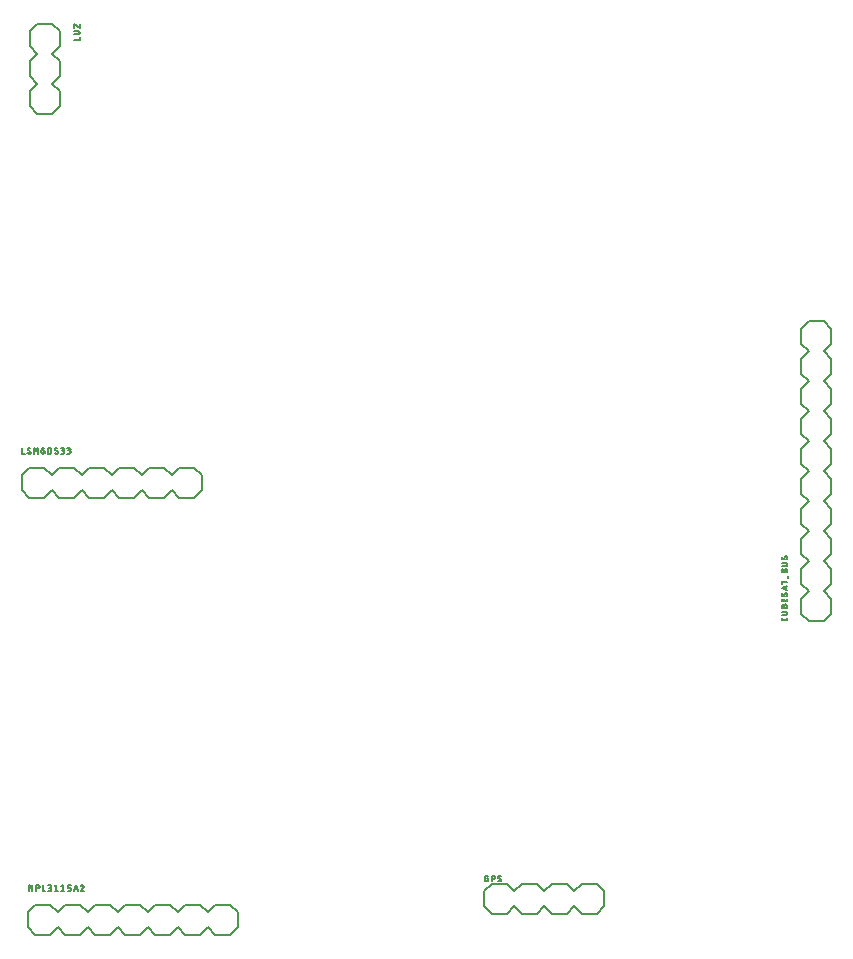
<source format=gbr>
G04 EAGLE Gerber RS-274X export*
G75*
%MOMM*%
%FSLAX34Y34*%
%LPD*%
%INSilkscreen Top*%
%IPPOS*%
%AMOC8*
5,1,8,0,0,1.08239X$1,22.5*%
G01*
%ADD10C,0.203200*%
%ADD11C,0.127000*%


D10*
X621250Y115100D02*
X633950Y115100D01*
X640300Y108750D01*
X640300Y96050D02*
X633950Y89700D01*
X595850Y115100D02*
X589500Y108750D01*
X595850Y115100D02*
X608550Y115100D01*
X614900Y108750D01*
X614900Y96050D02*
X608550Y89700D01*
X595850Y89700D01*
X589500Y96050D01*
X614900Y108750D02*
X621250Y115100D01*
X614900Y96050D02*
X621250Y89700D01*
X633950Y89700D01*
X557750Y115100D02*
X545050Y115100D01*
X557750Y115100D02*
X564100Y108750D01*
X564100Y96050D02*
X557750Y89700D01*
X564100Y108750D02*
X570450Y115100D01*
X583150Y115100D01*
X589500Y108750D01*
X589500Y96050D02*
X583150Y89700D01*
X570450Y89700D01*
X564100Y96050D01*
X538700Y96050D02*
X538700Y108750D01*
X545050Y115100D01*
X538700Y96050D02*
X545050Y89700D01*
X557750Y89700D01*
X640300Y96050D02*
X640300Y108750D01*
D11*
X542016Y119686D02*
X541212Y119686D01*
X542016Y119686D02*
X542016Y117005D01*
X540407Y117005D01*
X540342Y117007D01*
X540278Y117013D01*
X540214Y117023D01*
X540150Y117036D01*
X540088Y117054D01*
X540027Y117075D01*
X539967Y117099D01*
X539909Y117128D01*
X539852Y117160D01*
X539798Y117195D01*
X539746Y117233D01*
X539696Y117275D01*
X539649Y117319D01*
X539605Y117366D01*
X539563Y117416D01*
X539525Y117468D01*
X539490Y117522D01*
X539458Y117579D01*
X539429Y117637D01*
X539405Y117697D01*
X539384Y117758D01*
X539366Y117820D01*
X539353Y117884D01*
X539343Y117948D01*
X539337Y118012D01*
X539335Y118077D01*
X539335Y120759D01*
X539337Y120824D01*
X539343Y120888D01*
X539353Y120952D01*
X539366Y121016D01*
X539384Y121078D01*
X539405Y121139D01*
X539429Y121199D01*
X539458Y121257D01*
X539490Y121314D01*
X539525Y121368D01*
X539563Y121420D01*
X539605Y121470D01*
X539649Y121517D01*
X539696Y121561D01*
X539746Y121603D01*
X539798Y121641D01*
X539852Y121676D01*
X539909Y121708D01*
X539967Y121737D01*
X540027Y121761D01*
X540088Y121782D01*
X540150Y121800D01*
X540214Y121813D01*
X540278Y121823D01*
X540342Y121829D01*
X540407Y121831D01*
X542016Y121831D01*
X545334Y121831D02*
X545334Y117005D01*
X545334Y121831D02*
X546674Y121831D01*
X546745Y121829D01*
X546817Y121823D01*
X546887Y121814D01*
X546957Y121801D01*
X547027Y121784D01*
X547095Y121763D01*
X547162Y121739D01*
X547228Y121711D01*
X547292Y121680D01*
X547355Y121645D01*
X547415Y121607D01*
X547474Y121566D01*
X547530Y121522D01*
X547584Y121475D01*
X547635Y121426D01*
X547683Y121373D01*
X547729Y121318D01*
X547771Y121261D01*
X547811Y121201D01*
X547847Y121140D01*
X547880Y121076D01*
X547909Y121011D01*
X547935Y120945D01*
X547958Y120877D01*
X547977Y120808D01*
X547992Y120738D01*
X548003Y120668D01*
X548011Y120597D01*
X548015Y120526D01*
X548015Y120454D01*
X548011Y120383D01*
X548003Y120312D01*
X547992Y120242D01*
X547977Y120172D01*
X547958Y120103D01*
X547935Y120035D01*
X547909Y119969D01*
X547880Y119904D01*
X547847Y119840D01*
X547811Y119779D01*
X547771Y119719D01*
X547729Y119662D01*
X547683Y119607D01*
X547635Y119554D01*
X547584Y119505D01*
X547530Y119458D01*
X547474Y119414D01*
X547415Y119373D01*
X547355Y119335D01*
X547292Y119300D01*
X547228Y119269D01*
X547162Y119241D01*
X547095Y119217D01*
X547027Y119196D01*
X546957Y119179D01*
X546887Y119166D01*
X546817Y119157D01*
X546745Y119151D01*
X546674Y119149D01*
X546674Y119150D02*
X545334Y119150D01*
X551916Y117005D02*
X551981Y117007D01*
X552045Y117013D01*
X552109Y117023D01*
X552173Y117036D01*
X552235Y117054D01*
X552296Y117075D01*
X552356Y117099D01*
X552414Y117128D01*
X552471Y117160D01*
X552525Y117195D01*
X552577Y117233D01*
X552627Y117275D01*
X552674Y117319D01*
X552718Y117366D01*
X552760Y117416D01*
X552798Y117468D01*
X552833Y117522D01*
X552865Y117579D01*
X552894Y117637D01*
X552918Y117697D01*
X552939Y117758D01*
X552957Y117820D01*
X552970Y117884D01*
X552980Y117948D01*
X552986Y118012D01*
X552988Y118077D01*
X551916Y117005D02*
X551822Y117007D01*
X551728Y117013D01*
X551634Y117023D01*
X551541Y117036D01*
X551449Y117054D01*
X551357Y117075D01*
X551266Y117100D01*
X551176Y117129D01*
X551088Y117162D01*
X551001Y117198D01*
X550916Y117238D01*
X550832Y117281D01*
X550751Y117328D01*
X550671Y117378D01*
X550593Y117431D01*
X550518Y117488D01*
X550445Y117547D01*
X550375Y117610D01*
X550307Y117675D01*
X550442Y120759D02*
X550444Y120824D01*
X550450Y120888D01*
X550460Y120952D01*
X550473Y121016D01*
X550491Y121078D01*
X550512Y121139D01*
X550536Y121199D01*
X550565Y121257D01*
X550597Y121314D01*
X550632Y121368D01*
X550670Y121420D01*
X550712Y121470D01*
X550756Y121517D01*
X550803Y121561D01*
X550853Y121603D01*
X550905Y121641D01*
X550959Y121676D01*
X551016Y121708D01*
X551074Y121737D01*
X551134Y121761D01*
X551195Y121782D01*
X551257Y121800D01*
X551321Y121813D01*
X551385Y121823D01*
X551449Y121829D01*
X551514Y121831D01*
X551600Y121829D01*
X551686Y121824D01*
X551772Y121814D01*
X551857Y121801D01*
X551942Y121785D01*
X552026Y121765D01*
X552109Y121741D01*
X552191Y121714D01*
X552271Y121683D01*
X552351Y121649D01*
X552428Y121611D01*
X552504Y121570D01*
X552578Y121526D01*
X552650Y121479D01*
X552721Y121429D01*
X550978Y119821D02*
X550925Y119854D01*
X550874Y119891D01*
X550825Y119930D01*
X550778Y119972D01*
X550734Y120017D01*
X550693Y120064D01*
X550654Y120113D01*
X550618Y120165D01*
X550585Y120219D01*
X550556Y120274D01*
X550530Y120331D01*
X550507Y120390D01*
X550487Y120449D01*
X550471Y120510D01*
X550458Y120571D01*
X550449Y120634D01*
X550444Y120696D01*
X550442Y120759D01*
X552453Y119015D02*
X552506Y118982D01*
X552557Y118945D01*
X552606Y118906D01*
X552653Y118864D01*
X552697Y118819D01*
X552738Y118772D01*
X552777Y118723D01*
X552813Y118671D01*
X552846Y118617D01*
X552875Y118562D01*
X552901Y118505D01*
X552924Y118446D01*
X552944Y118387D01*
X552960Y118326D01*
X552973Y118265D01*
X552982Y118202D01*
X552987Y118140D01*
X552989Y118077D01*
X552453Y119016D02*
X550978Y119820D01*
D10*
X179500Y786050D02*
X173150Y792400D01*
X179500Y786050D02*
X179500Y773350D01*
X173150Y767000D01*
X160450Y767000D02*
X154100Y773350D01*
X154100Y786050D01*
X160450Y792400D01*
X179500Y824150D02*
X179500Y836850D01*
X179500Y824150D02*
X173150Y817800D01*
X160450Y817800D02*
X154100Y824150D01*
X173150Y817800D02*
X179500Y811450D01*
X179500Y798750D01*
X173150Y792400D01*
X160450Y792400D02*
X154100Y798750D01*
X154100Y811450D01*
X160450Y817800D01*
X160450Y843200D02*
X173150Y843200D01*
X179500Y836850D01*
X160450Y843200D02*
X154100Y836850D01*
X154100Y824150D01*
X160450Y767000D02*
X173150Y767000D01*
D11*
X191405Y829662D02*
X196231Y829662D01*
X196231Y831807D01*
X194890Y834398D02*
X191405Y834398D01*
X194890Y834397D02*
X194961Y834399D01*
X195033Y834405D01*
X195103Y834414D01*
X195173Y834427D01*
X195243Y834444D01*
X195311Y834465D01*
X195378Y834489D01*
X195444Y834517D01*
X195508Y834548D01*
X195571Y834583D01*
X195631Y834621D01*
X195690Y834662D01*
X195746Y834706D01*
X195800Y834753D01*
X195851Y834802D01*
X195899Y834855D01*
X195945Y834910D01*
X195987Y834967D01*
X196027Y835027D01*
X196063Y835088D01*
X196096Y835152D01*
X196125Y835217D01*
X196151Y835283D01*
X196174Y835351D01*
X196193Y835420D01*
X196208Y835490D01*
X196219Y835560D01*
X196227Y835631D01*
X196231Y835702D01*
X196231Y835774D01*
X196227Y835845D01*
X196219Y835916D01*
X196208Y835986D01*
X196193Y836056D01*
X196174Y836125D01*
X196151Y836193D01*
X196125Y836259D01*
X196096Y836324D01*
X196063Y836388D01*
X196027Y836449D01*
X195987Y836509D01*
X195945Y836566D01*
X195899Y836621D01*
X195851Y836674D01*
X195800Y836723D01*
X195746Y836770D01*
X195690Y836814D01*
X195631Y836855D01*
X195571Y836893D01*
X195508Y836928D01*
X195444Y836959D01*
X195378Y836987D01*
X195311Y837011D01*
X195243Y837032D01*
X195173Y837049D01*
X195103Y837062D01*
X195033Y837071D01*
X194961Y837077D01*
X194890Y837079D01*
X191405Y837079D01*
X191405Y839884D02*
X191405Y842565D01*
X196231Y839884D01*
X196231Y842565D01*
D10*
X311250Y97000D02*
X323950Y97000D01*
X330300Y90650D01*
X330300Y77950D02*
X323950Y71600D01*
X285850Y97000D02*
X279500Y90650D01*
X285850Y97000D02*
X298550Y97000D01*
X304900Y90650D01*
X304900Y77950D02*
X298550Y71600D01*
X285850Y71600D01*
X279500Y77950D01*
X304900Y90650D02*
X311250Y97000D01*
X304900Y77950D02*
X311250Y71600D01*
X323950Y71600D01*
X247750Y97000D02*
X235050Y97000D01*
X247750Y97000D02*
X254100Y90650D01*
X254100Y77950D02*
X247750Y71600D01*
X254100Y90650D02*
X260450Y97000D01*
X273150Y97000D01*
X279500Y90650D01*
X279500Y77950D02*
X273150Y71600D01*
X260450Y71600D01*
X254100Y77950D01*
X209650Y97000D02*
X203300Y90650D01*
X209650Y97000D02*
X222350Y97000D01*
X228700Y90650D01*
X228700Y77950D02*
X222350Y71600D01*
X209650Y71600D01*
X203300Y77950D01*
X228700Y90650D02*
X235050Y97000D01*
X228700Y77950D02*
X235050Y71600D01*
X247750Y71600D01*
X171550Y97000D02*
X158850Y97000D01*
X171550Y97000D02*
X177900Y90650D01*
X177900Y77950D02*
X171550Y71600D01*
X177900Y90650D02*
X184250Y97000D01*
X196950Y97000D01*
X203300Y90650D01*
X203300Y77950D02*
X196950Y71600D01*
X184250Y71600D01*
X177900Y77950D01*
X152500Y77950D02*
X152500Y90650D01*
X158850Y97000D01*
X152500Y77950D02*
X158850Y71600D01*
X171550Y71600D01*
X330300Y77950D02*
X330300Y90650D01*
D11*
X153135Y108905D02*
X153135Y113731D01*
X154744Y111050D01*
X156352Y113731D01*
X156352Y108905D01*
X159768Y108905D02*
X159768Y113731D01*
X161108Y113731D01*
X161179Y113729D01*
X161251Y113723D01*
X161321Y113714D01*
X161391Y113701D01*
X161461Y113684D01*
X161529Y113663D01*
X161596Y113639D01*
X161662Y113611D01*
X161726Y113580D01*
X161789Y113545D01*
X161849Y113507D01*
X161908Y113466D01*
X161964Y113422D01*
X162018Y113375D01*
X162069Y113326D01*
X162117Y113273D01*
X162163Y113218D01*
X162205Y113161D01*
X162245Y113101D01*
X162281Y113040D01*
X162314Y112976D01*
X162343Y112911D01*
X162369Y112845D01*
X162392Y112777D01*
X162411Y112708D01*
X162426Y112638D01*
X162437Y112568D01*
X162445Y112497D01*
X162449Y112426D01*
X162449Y112354D01*
X162445Y112283D01*
X162437Y112212D01*
X162426Y112142D01*
X162411Y112072D01*
X162392Y112003D01*
X162369Y111935D01*
X162343Y111869D01*
X162314Y111804D01*
X162281Y111740D01*
X162245Y111679D01*
X162205Y111619D01*
X162163Y111562D01*
X162117Y111507D01*
X162069Y111454D01*
X162018Y111405D01*
X161964Y111358D01*
X161908Y111314D01*
X161849Y111273D01*
X161789Y111235D01*
X161726Y111200D01*
X161662Y111169D01*
X161596Y111141D01*
X161529Y111117D01*
X161461Y111096D01*
X161391Y111079D01*
X161321Y111066D01*
X161251Y111057D01*
X161179Y111051D01*
X161108Y111049D01*
X161108Y111050D02*
X159768Y111050D01*
X165127Y108905D02*
X165127Y113731D01*
X165127Y108905D02*
X167272Y108905D01*
X169679Y108905D02*
X171020Y108905D01*
X171091Y108907D01*
X171163Y108913D01*
X171233Y108922D01*
X171303Y108935D01*
X171373Y108952D01*
X171441Y108973D01*
X171508Y108997D01*
X171574Y109025D01*
X171638Y109056D01*
X171701Y109091D01*
X171761Y109129D01*
X171820Y109170D01*
X171876Y109214D01*
X171930Y109261D01*
X171981Y109310D01*
X172029Y109363D01*
X172075Y109418D01*
X172117Y109475D01*
X172157Y109535D01*
X172193Y109596D01*
X172226Y109660D01*
X172255Y109725D01*
X172281Y109791D01*
X172304Y109859D01*
X172323Y109928D01*
X172338Y109998D01*
X172349Y110068D01*
X172357Y110139D01*
X172361Y110210D01*
X172361Y110282D01*
X172357Y110353D01*
X172349Y110424D01*
X172338Y110494D01*
X172323Y110564D01*
X172304Y110633D01*
X172281Y110701D01*
X172255Y110767D01*
X172226Y110832D01*
X172193Y110896D01*
X172157Y110957D01*
X172117Y111017D01*
X172075Y111074D01*
X172029Y111129D01*
X171981Y111182D01*
X171930Y111231D01*
X171876Y111278D01*
X171820Y111322D01*
X171761Y111363D01*
X171701Y111401D01*
X171638Y111436D01*
X171574Y111467D01*
X171508Y111495D01*
X171441Y111519D01*
X171373Y111540D01*
X171303Y111557D01*
X171233Y111570D01*
X171163Y111579D01*
X171091Y111585D01*
X171020Y111587D01*
X171288Y113731D02*
X169679Y113731D01*
X171288Y113731D02*
X171353Y113729D01*
X171417Y113723D01*
X171481Y113713D01*
X171545Y113700D01*
X171607Y113682D01*
X171668Y113661D01*
X171728Y113637D01*
X171786Y113608D01*
X171843Y113576D01*
X171897Y113541D01*
X171949Y113503D01*
X171999Y113461D01*
X172046Y113417D01*
X172090Y113370D01*
X172132Y113320D01*
X172170Y113268D01*
X172205Y113214D01*
X172237Y113157D01*
X172266Y113099D01*
X172290Y113039D01*
X172311Y112978D01*
X172329Y112916D01*
X172342Y112852D01*
X172352Y112788D01*
X172358Y112724D01*
X172360Y112659D01*
X172358Y112594D01*
X172352Y112530D01*
X172342Y112466D01*
X172329Y112402D01*
X172311Y112340D01*
X172290Y112279D01*
X172266Y112219D01*
X172237Y112161D01*
X172205Y112104D01*
X172170Y112050D01*
X172132Y111998D01*
X172090Y111948D01*
X172046Y111901D01*
X171999Y111857D01*
X171949Y111815D01*
X171897Y111777D01*
X171843Y111742D01*
X171786Y111710D01*
X171728Y111681D01*
X171668Y111657D01*
X171607Y111636D01*
X171545Y111618D01*
X171481Y111605D01*
X171417Y111595D01*
X171353Y111589D01*
X171288Y111587D01*
X171288Y111586D02*
X170216Y111586D01*
X175166Y112659D02*
X176506Y113731D01*
X176506Y108905D01*
X175166Y108905D02*
X177847Y108905D01*
X180652Y112659D02*
X181993Y113731D01*
X181993Y108905D01*
X183333Y108905D02*
X180652Y108905D01*
X186138Y108905D02*
X187747Y108905D01*
X187812Y108907D01*
X187876Y108913D01*
X187940Y108923D01*
X188004Y108936D01*
X188066Y108954D01*
X188127Y108975D01*
X188187Y108999D01*
X188245Y109028D01*
X188302Y109060D01*
X188356Y109095D01*
X188408Y109133D01*
X188458Y109175D01*
X188505Y109219D01*
X188549Y109266D01*
X188591Y109316D01*
X188629Y109368D01*
X188664Y109422D01*
X188696Y109479D01*
X188725Y109537D01*
X188749Y109597D01*
X188770Y109658D01*
X188788Y109720D01*
X188801Y109784D01*
X188811Y109848D01*
X188817Y109912D01*
X188819Y109977D01*
X188819Y110514D01*
X188817Y110579D01*
X188811Y110643D01*
X188801Y110707D01*
X188788Y110771D01*
X188770Y110833D01*
X188749Y110894D01*
X188725Y110954D01*
X188696Y111012D01*
X188664Y111069D01*
X188629Y111123D01*
X188591Y111175D01*
X188549Y111225D01*
X188505Y111272D01*
X188458Y111316D01*
X188408Y111358D01*
X188356Y111396D01*
X188302Y111431D01*
X188245Y111463D01*
X188187Y111492D01*
X188127Y111516D01*
X188066Y111537D01*
X188004Y111555D01*
X187940Y111568D01*
X187876Y111578D01*
X187812Y111584D01*
X187747Y111586D01*
X186138Y111586D01*
X186138Y113731D01*
X188819Y113731D01*
X192965Y113731D02*
X191357Y108905D01*
X194574Y108905D02*
X192965Y113731D01*
X194172Y110112D02*
X191759Y110112D01*
X198586Y113731D02*
X198654Y113729D01*
X198721Y113723D01*
X198788Y113714D01*
X198855Y113701D01*
X198920Y113684D01*
X198985Y113663D01*
X199048Y113639D01*
X199110Y113611D01*
X199170Y113580D01*
X199228Y113546D01*
X199284Y113508D01*
X199339Y113468D01*
X199390Y113424D01*
X199439Y113377D01*
X199486Y113328D01*
X199530Y113277D01*
X199570Y113222D01*
X199608Y113166D01*
X199642Y113108D01*
X199673Y113048D01*
X199701Y112986D01*
X199725Y112923D01*
X199746Y112858D01*
X199763Y112793D01*
X199776Y112726D01*
X199785Y112659D01*
X199791Y112592D01*
X199793Y112524D01*
X198586Y113731D02*
X198508Y113729D01*
X198430Y113723D01*
X198353Y113713D01*
X198276Y113700D01*
X198200Y113682D01*
X198125Y113661D01*
X198051Y113636D01*
X197979Y113607D01*
X197908Y113575D01*
X197839Y113539D01*
X197771Y113500D01*
X197706Y113457D01*
X197643Y113411D01*
X197582Y113362D01*
X197524Y113310D01*
X197469Y113255D01*
X197416Y113198D01*
X197367Y113138D01*
X197320Y113075D01*
X197277Y113011D01*
X197237Y112944D01*
X197200Y112875D01*
X197167Y112804D01*
X197137Y112732D01*
X197111Y112659D01*
X199390Y111586D02*
X199439Y111635D01*
X199486Y111687D01*
X199529Y111742D01*
X199570Y111799D01*
X199608Y111858D01*
X199642Y111919D01*
X199673Y111982D01*
X199701Y112046D01*
X199725Y112112D01*
X199745Y112178D01*
X199762Y112246D01*
X199775Y112315D01*
X199784Y112384D01*
X199790Y112454D01*
X199792Y112524D01*
X199390Y111586D02*
X197111Y108905D01*
X199792Y108905D01*
D10*
X274100Y460950D02*
X280450Y467300D01*
X293150Y467300D01*
X299500Y460950D01*
X299500Y448250D02*
X293150Y441900D01*
X280450Y441900D01*
X274100Y448250D01*
X242350Y467300D02*
X229650Y467300D01*
X242350Y467300D02*
X248700Y460950D01*
X248700Y448250D02*
X242350Y441900D01*
X248700Y460950D02*
X255050Y467300D01*
X267750Y467300D01*
X274100Y460950D01*
X274100Y448250D02*
X267750Y441900D01*
X255050Y441900D01*
X248700Y448250D01*
X204250Y467300D02*
X197900Y460950D01*
X204250Y467300D02*
X216950Y467300D01*
X223300Y460950D01*
X223300Y448250D02*
X216950Y441900D01*
X204250Y441900D01*
X197900Y448250D01*
X223300Y460950D02*
X229650Y467300D01*
X223300Y448250D02*
X229650Y441900D01*
X242350Y441900D01*
X166150Y467300D02*
X153450Y467300D01*
X166150Y467300D02*
X172500Y460950D01*
X172500Y448250D02*
X166150Y441900D01*
X172500Y460950D02*
X178850Y467300D01*
X191550Y467300D01*
X197900Y460950D01*
X197900Y448250D02*
X191550Y441900D01*
X178850Y441900D01*
X172500Y448250D01*
X147100Y448250D02*
X147100Y460950D01*
X153450Y467300D01*
X147100Y448250D02*
X153450Y441900D01*
X166150Y441900D01*
X299500Y448250D02*
X299500Y460950D01*
D11*
X147735Y479205D02*
X147735Y484031D01*
X147735Y479205D02*
X149880Y479205D01*
X153713Y479205D02*
X153778Y479207D01*
X153842Y479213D01*
X153906Y479223D01*
X153970Y479236D01*
X154032Y479254D01*
X154093Y479275D01*
X154153Y479299D01*
X154211Y479328D01*
X154268Y479360D01*
X154322Y479395D01*
X154374Y479433D01*
X154424Y479475D01*
X154471Y479519D01*
X154515Y479566D01*
X154557Y479616D01*
X154595Y479668D01*
X154630Y479722D01*
X154662Y479779D01*
X154691Y479837D01*
X154715Y479897D01*
X154736Y479958D01*
X154754Y480020D01*
X154767Y480084D01*
X154777Y480148D01*
X154783Y480212D01*
X154785Y480277D01*
X153713Y479205D02*
X153619Y479207D01*
X153525Y479213D01*
X153431Y479223D01*
X153338Y479236D01*
X153246Y479254D01*
X153154Y479275D01*
X153063Y479300D01*
X152973Y479329D01*
X152885Y479362D01*
X152798Y479398D01*
X152713Y479438D01*
X152629Y479481D01*
X152548Y479528D01*
X152468Y479578D01*
X152390Y479631D01*
X152315Y479688D01*
X152242Y479747D01*
X152172Y479810D01*
X152104Y479875D01*
X152239Y482959D02*
X152241Y483024D01*
X152247Y483088D01*
X152257Y483152D01*
X152270Y483216D01*
X152288Y483278D01*
X152309Y483339D01*
X152333Y483399D01*
X152362Y483457D01*
X152394Y483514D01*
X152429Y483568D01*
X152467Y483620D01*
X152509Y483670D01*
X152553Y483717D01*
X152600Y483761D01*
X152650Y483803D01*
X152702Y483841D01*
X152756Y483876D01*
X152813Y483908D01*
X152871Y483937D01*
X152931Y483961D01*
X152992Y483982D01*
X153054Y484000D01*
X153118Y484013D01*
X153182Y484023D01*
X153246Y484029D01*
X153311Y484031D01*
X153397Y484029D01*
X153483Y484024D01*
X153569Y484014D01*
X153654Y484001D01*
X153739Y483985D01*
X153823Y483965D01*
X153906Y483941D01*
X153988Y483914D01*
X154068Y483883D01*
X154148Y483849D01*
X154225Y483811D01*
X154301Y483770D01*
X154375Y483726D01*
X154447Y483679D01*
X154518Y483629D01*
X152775Y482021D02*
X152722Y482054D01*
X152671Y482091D01*
X152622Y482130D01*
X152575Y482172D01*
X152531Y482217D01*
X152490Y482264D01*
X152451Y482313D01*
X152415Y482365D01*
X152382Y482419D01*
X152353Y482474D01*
X152327Y482531D01*
X152304Y482590D01*
X152284Y482649D01*
X152268Y482710D01*
X152255Y482771D01*
X152246Y482834D01*
X152241Y482896D01*
X152239Y482959D01*
X154249Y481215D02*
X154302Y481182D01*
X154353Y481145D01*
X154402Y481106D01*
X154449Y481064D01*
X154493Y481019D01*
X154534Y480972D01*
X154573Y480923D01*
X154609Y480871D01*
X154642Y480817D01*
X154671Y480762D01*
X154697Y480705D01*
X154720Y480646D01*
X154740Y480587D01*
X154756Y480526D01*
X154769Y480465D01*
X154778Y480402D01*
X154783Y480340D01*
X154785Y480277D01*
X154249Y481216D02*
X152775Y482020D01*
X157689Y484031D02*
X157689Y479205D01*
X159297Y481350D02*
X157689Y484031D01*
X159297Y481350D02*
X160906Y484031D01*
X160906Y479205D01*
X163992Y481886D02*
X165600Y481886D01*
X165665Y481884D01*
X165729Y481878D01*
X165793Y481868D01*
X165857Y481855D01*
X165919Y481837D01*
X165980Y481816D01*
X166040Y481792D01*
X166098Y481763D01*
X166155Y481731D01*
X166209Y481696D01*
X166261Y481658D01*
X166311Y481616D01*
X166358Y481572D01*
X166402Y481525D01*
X166444Y481475D01*
X166482Y481423D01*
X166517Y481369D01*
X166549Y481312D01*
X166578Y481254D01*
X166602Y481194D01*
X166623Y481133D01*
X166641Y481071D01*
X166654Y481007D01*
X166664Y480943D01*
X166670Y480879D01*
X166672Y480814D01*
X166673Y480814D02*
X166673Y480546D01*
X166671Y480475D01*
X166665Y480403D01*
X166656Y480333D01*
X166643Y480263D01*
X166626Y480193D01*
X166605Y480125D01*
X166581Y480058D01*
X166553Y479992D01*
X166522Y479928D01*
X166487Y479865D01*
X166449Y479805D01*
X166408Y479746D01*
X166364Y479690D01*
X166317Y479636D01*
X166268Y479585D01*
X166215Y479537D01*
X166160Y479491D01*
X166103Y479449D01*
X166043Y479409D01*
X165982Y479373D01*
X165918Y479340D01*
X165853Y479311D01*
X165787Y479285D01*
X165719Y479262D01*
X165650Y479243D01*
X165580Y479228D01*
X165510Y479217D01*
X165439Y479209D01*
X165368Y479205D01*
X165296Y479205D01*
X165225Y479209D01*
X165154Y479217D01*
X165084Y479228D01*
X165014Y479243D01*
X164945Y479262D01*
X164877Y479285D01*
X164811Y479311D01*
X164746Y479340D01*
X164682Y479373D01*
X164621Y479409D01*
X164561Y479449D01*
X164504Y479491D01*
X164449Y479537D01*
X164396Y479585D01*
X164347Y479636D01*
X164300Y479690D01*
X164256Y479746D01*
X164215Y479805D01*
X164177Y479865D01*
X164142Y479928D01*
X164111Y479992D01*
X164083Y480058D01*
X164059Y480125D01*
X164038Y480193D01*
X164021Y480263D01*
X164008Y480333D01*
X163999Y480403D01*
X163993Y480475D01*
X163991Y480546D01*
X163992Y480546D02*
X163992Y481886D01*
X163994Y481977D01*
X164000Y482068D01*
X164009Y482158D01*
X164023Y482249D01*
X164040Y482338D01*
X164061Y482426D01*
X164086Y482514D01*
X164115Y482601D01*
X164147Y482686D01*
X164182Y482770D01*
X164222Y482852D01*
X164264Y482932D01*
X164310Y483011D01*
X164360Y483087D01*
X164412Y483161D01*
X164468Y483234D01*
X164527Y483303D01*
X164588Y483370D01*
X164653Y483435D01*
X164720Y483496D01*
X164789Y483555D01*
X164861Y483611D01*
X164936Y483663D01*
X165012Y483713D01*
X165091Y483759D01*
X165171Y483801D01*
X165253Y483841D01*
X165337Y483876D01*
X165422Y483908D01*
X165509Y483937D01*
X165596Y483962D01*
X165685Y483983D01*
X165774Y484000D01*
X165865Y484014D01*
X165955Y484023D01*
X166046Y484029D01*
X166137Y484031D01*
X169661Y484031D02*
X169661Y479205D01*
X169661Y484031D02*
X171001Y484031D01*
X171071Y484029D01*
X171141Y484024D01*
X171211Y484014D01*
X171280Y484002D01*
X171348Y483985D01*
X171415Y483965D01*
X171482Y483942D01*
X171546Y483915D01*
X171610Y483885D01*
X171672Y483851D01*
X171731Y483815D01*
X171789Y483775D01*
X171845Y483732D01*
X171898Y483687D01*
X171949Y483638D01*
X171998Y483587D01*
X172043Y483534D01*
X172086Y483478D01*
X172126Y483420D01*
X172162Y483361D01*
X172196Y483299D01*
X172226Y483235D01*
X172253Y483171D01*
X172276Y483104D01*
X172296Y483037D01*
X172313Y482969D01*
X172325Y482900D01*
X172335Y482830D01*
X172340Y482760D01*
X172342Y482690D01*
X172342Y480546D01*
X172343Y480546D02*
X172341Y480476D01*
X172336Y480406D01*
X172326Y480336D01*
X172314Y480267D01*
X172297Y480199D01*
X172277Y480132D01*
X172254Y480065D01*
X172227Y480001D01*
X172197Y479937D01*
X172163Y479875D01*
X172127Y479816D01*
X172087Y479758D01*
X172044Y479702D01*
X171999Y479649D01*
X171950Y479598D01*
X171899Y479549D01*
X171846Y479504D01*
X171790Y479461D01*
X171732Y479421D01*
X171672Y479385D01*
X171611Y479351D01*
X171547Y479321D01*
X171483Y479294D01*
X171416Y479271D01*
X171349Y479251D01*
X171281Y479234D01*
X171212Y479222D01*
X171142Y479212D01*
X171072Y479207D01*
X171002Y479205D01*
X171001Y479205D02*
X169661Y479205D01*
X176756Y479205D02*
X176821Y479207D01*
X176885Y479213D01*
X176949Y479223D01*
X177013Y479236D01*
X177075Y479254D01*
X177136Y479275D01*
X177196Y479299D01*
X177254Y479328D01*
X177311Y479360D01*
X177365Y479395D01*
X177417Y479433D01*
X177467Y479475D01*
X177514Y479519D01*
X177558Y479566D01*
X177600Y479616D01*
X177638Y479668D01*
X177673Y479722D01*
X177705Y479779D01*
X177734Y479837D01*
X177758Y479897D01*
X177779Y479958D01*
X177797Y480020D01*
X177810Y480084D01*
X177820Y480148D01*
X177826Y480212D01*
X177828Y480277D01*
X176756Y479205D02*
X176662Y479207D01*
X176568Y479213D01*
X176474Y479223D01*
X176381Y479236D01*
X176289Y479254D01*
X176197Y479275D01*
X176106Y479300D01*
X176016Y479329D01*
X175928Y479362D01*
X175841Y479398D01*
X175756Y479438D01*
X175672Y479481D01*
X175591Y479528D01*
X175511Y479578D01*
X175433Y479631D01*
X175358Y479688D01*
X175285Y479747D01*
X175215Y479810D01*
X175147Y479875D01*
X175282Y482959D02*
X175284Y483024D01*
X175290Y483088D01*
X175300Y483152D01*
X175313Y483216D01*
X175331Y483278D01*
X175352Y483339D01*
X175376Y483399D01*
X175405Y483457D01*
X175437Y483514D01*
X175472Y483568D01*
X175510Y483620D01*
X175552Y483670D01*
X175596Y483717D01*
X175643Y483761D01*
X175693Y483803D01*
X175745Y483841D01*
X175799Y483876D01*
X175856Y483908D01*
X175914Y483937D01*
X175974Y483961D01*
X176035Y483982D01*
X176097Y484000D01*
X176161Y484013D01*
X176225Y484023D01*
X176289Y484029D01*
X176354Y484031D01*
X176440Y484029D01*
X176526Y484024D01*
X176612Y484014D01*
X176697Y484001D01*
X176782Y483985D01*
X176866Y483965D01*
X176949Y483941D01*
X177031Y483914D01*
X177111Y483883D01*
X177191Y483849D01*
X177268Y483811D01*
X177344Y483770D01*
X177418Y483726D01*
X177490Y483679D01*
X177561Y483629D01*
X175818Y482021D02*
X175765Y482054D01*
X175714Y482091D01*
X175665Y482130D01*
X175618Y482172D01*
X175574Y482217D01*
X175533Y482264D01*
X175494Y482313D01*
X175458Y482365D01*
X175425Y482419D01*
X175396Y482474D01*
X175370Y482531D01*
X175347Y482590D01*
X175327Y482649D01*
X175311Y482710D01*
X175298Y482771D01*
X175289Y482834D01*
X175284Y482896D01*
X175282Y482959D01*
X177292Y481215D02*
X177345Y481182D01*
X177396Y481145D01*
X177445Y481106D01*
X177492Y481064D01*
X177536Y481019D01*
X177577Y480972D01*
X177616Y480923D01*
X177652Y480871D01*
X177685Y480817D01*
X177714Y480762D01*
X177740Y480705D01*
X177763Y480646D01*
X177783Y480587D01*
X177799Y480526D01*
X177812Y480465D01*
X177821Y480402D01*
X177826Y480340D01*
X177828Y480277D01*
X177292Y481216D02*
X175818Y482020D01*
X180451Y479205D02*
X181791Y479205D01*
X181862Y479207D01*
X181934Y479213D01*
X182004Y479222D01*
X182074Y479235D01*
X182144Y479252D01*
X182212Y479273D01*
X182279Y479297D01*
X182345Y479325D01*
X182409Y479356D01*
X182472Y479391D01*
X182532Y479429D01*
X182591Y479470D01*
X182647Y479514D01*
X182701Y479561D01*
X182752Y479610D01*
X182800Y479663D01*
X182846Y479718D01*
X182888Y479775D01*
X182928Y479835D01*
X182964Y479896D01*
X182997Y479960D01*
X183026Y480025D01*
X183052Y480091D01*
X183075Y480159D01*
X183094Y480228D01*
X183109Y480298D01*
X183120Y480368D01*
X183128Y480439D01*
X183132Y480510D01*
X183132Y480582D01*
X183128Y480653D01*
X183120Y480724D01*
X183109Y480794D01*
X183094Y480864D01*
X183075Y480933D01*
X183052Y481001D01*
X183026Y481067D01*
X182997Y481132D01*
X182964Y481196D01*
X182928Y481257D01*
X182888Y481317D01*
X182846Y481374D01*
X182800Y481429D01*
X182752Y481482D01*
X182701Y481531D01*
X182647Y481578D01*
X182591Y481622D01*
X182532Y481663D01*
X182472Y481701D01*
X182409Y481736D01*
X182345Y481767D01*
X182279Y481795D01*
X182212Y481819D01*
X182144Y481840D01*
X182074Y481857D01*
X182004Y481870D01*
X181934Y481879D01*
X181862Y481885D01*
X181791Y481887D01*
X182059Y484031D02*
X180451Y484031D01*
X182059Y484031D02*
X182124Y484029D01*
X182188Y484023D01*
X182252Y484013D01*
X182316Y484000D01*
X182378Y483982D01*
X182439Y483961D01*
X182499Y483937D01*
X182557Y483908D01*
X182614Y483876D01*
X182668Y483841D01*
X182720Y483803D01*
X182770Y483761D01*
X182817Y483717D01*
X182861Y483670D01*
X182903Y483620D01*
X182941Y483568D01*
X182976Y483514D01*
X183008Y483457D01*
X183037Y483399D01*
X183061Y483339D01*
X183082Y483278D01*
X183100Y483216D01*
X183113Y483152D01*
X183123Y483088D01*
X183129Y483024D01*
X183131Y482959D01*
X183129Y482894D01*
X183123Y482830D01*
X183113Y482766D01*
X183100Y482702D01*
X183082Y482640D01*
X183061Y482579D01*
X183037Y482519D01*
X183008Y482461D01*
X182976Y482404D01*
X182941Y482350D01*
X182903Y482298D01*
X182861Y482248D01*
X182817Y482201D01*
X182770Y482157D01*
X182720Y482115D01*
X182668Y482077D01*
X182614Y482042D01*
X182557Y482010D01*
X182499Y481981D01*
X182439Y481957D01*
X182378Y481936D01*
X182316Y481918D01*
X182252Y481905D01*
X182188Y481895D01*
X182124Y481889D01*
X182059Y481887D01*
X182059Y481886D02*
X180987Y481886D01*
X185937Y479205D02*
X187278Y479205D01*
X187349Y479207D01*
X187421Y479213D01*
X187491Y479222D01*
X187561Y479235D01*
X187631Y479252D01*
X187699Y479273D01*
X187766Y479297D01*
X187832Y479325D01*
X187896Y479356D01*
X187959Y479391D01*
X188019Y479429D01*
X188078Y479470D01*
X188134Y479514D01*
X188188Y479561D01*
X188239Y479610D01*
X188287Y479663D01*
X188333Y479718D01*
X188375Y479775D01*
X188415Y479835D01*
X188451Y479896D01*
X188484Y479960D01*
X188513Y480025D01*
X188539Y480091D01*
X188562Y480159D01*
X188581Y480228D01*
X188596Y480298D01*
X188607Y480368D01*
X188615Y480439D01*
X188619Y480510D01*
X188619Y480582D01*
X188615Y480653D01*
X188607Y480724D01*
X188596Y480794D01*
X188581Y480864D01*
X188562Y480933D01*
X188539Y481001D01*
X188513Y481067D01*
X188484Y481132D01*
X188451Y481196D01*
X188415Y481257D01*
X188375Y481317D01*
X188333Y481374D01*
X188287Y481429D01*
X188239Y481482D01*
X188188Y481531D01*
X188134Y481578D01*
X188078Y481622D01*
X188019Y481663D01*
X187959Y481701D01*
X187896Y481736D01*
X187832Y481767D01*
X187766Y481795D01*
X187699Y481819D01*
X187631Y481840D01*
X187561Y481857D01*
X187491Y481870D01*
X187421Y481879D01*
X187349Y481885D01*
X187278Y481887D01*
X187546Y484031D02*
X185937Y484031D01*
X187546Y484031D02*
X187611Y484029D01*
X187675Y484023D01*
X187739Y484013D01*
X187803Y484000D01*
X187865Y483982D01*
X187926Y483961D01*
X187986Y483937D01*
X188044Y483908D01*
X188101Y483876D01*
X188155Y483841D01*
X188207Y483803D01*
X188257Y483761D01*
X188304Y483717D01*
X188348Y483670D01*
X188390Y483620D01*
X188428Y483568D01*
X188463Y483514D01*
X188495Y483457D01*
X188524Y483399D01*
X188548Y483339D01*
X188569Y483278D01*
X188587Y483216D01*
X188600Y483152D01*
X188610Y483088D01*
X188616Y483024D01*
X188618Y482959D01*
X188616Y482894D01*
X188610Y482830D01*
X188600Y482766D01*
X188587Y482702D01*
X188569Y482640D01*
X188548Y482579D01*
X188524Y482519D01*
X188495Y482461D01*
X188463Y482404D01*
X188428Y482350D01*
X188390Y482298D01*
X188348Y482248D01*
X188304Y482201D01*
X188257Y482157D01*
X188207Y482115D01*
X188155Y482077D01*
X188101Y482042D01*
X188044Y482010D01*
X187986Y481981D01*
X187926Y481957D01*
X187865Y481936D01*
X187803Y481918D01*
X187739Y481905D01*
X187675Y481895D01*
X187611Y481889D01*
X187546Y481887D01*
X187546Y481886D02*
X186473Y481886D01*
D10*
X807300Y496050D02*
X807300Y508750D01*
X813650Y515100D01*
X826350Y515100D02*
X832700Y508750D01*
X807300Y470650D02*
X813650Y464300D01*
X807300Y470650D02*
X807300Y483350D01*
X813650Y489700D01*
X826350Y489700D02*
X832700Y483350D01*
X832700Y470650D01*
X826350Y464300D01*
X813650Y489700D02*
X807300Y496050D01*
X826350Y489700D02*
X832700Y496050D01*
X832700Y508750D01*
X807300Y432550D02*
X807300Y419850D01*
X807300Y432550D02*
X813650Y438900D01*
X826350Y438900D02*
X832700Y432550D01*
X813650Y438900D02*
X807300Y445250D01*
X807300Y457950D01*
X813650Y464300D01*
X826350Y464300D02*
X832700Y457950D01*
X832700Y445250D01*
X826350Y438900D01*
X807300Y394450D02*
X813650Y388100D01*
X807300Y394450D02*
X807300Y407150D01*
X813650Y413500D01*
X826350Y413500D02*
X832700Y407150D01*
X832700Y394450D01*
X826350Y388100D01*
X813650Y413500D02*
X807300Y419850D01*
X826350Y413500D02*
X832700Y419850D01*
X832700Y432550D01*
X807300Y356350D02*
X807300Y343650D01*
X807300Y356350D02*
X813650Y362700D01*
X826350Y362700D02*
X832700Y356350D01*
X813650Y362700D02*
X807300Y369050D01*
X807300Y381750D01*
X813650Y388100D01*
X826350Y388100D02*
X832700Y381750D01*
X832700Y369050D01*
X826350Y362700D01*
X826350Y337300D02*
X813650Y337300D01*
X807300Y343650D01*
X826350Y337300D02*
X832700Y343650D01*
X832700Y356350D01*
X807300Y521450D02*
X807300Y534150D01*
X813650Y540500D01*
X826350Y540500D02*
X832700Y534150D01*
X813650Y515100D02*
X807300Y521450D01*
X826350Y515100D02*
X832700Y521450D01*
X832700Y534150D01*
X807300Y546850D02*
X807300Y559550D01*
X813650Y565900D01*
X826350Y565900D02*
X832700Y559550D01*
X813650Y540500D02*
X807300Y546850D01*
X826350Y540500D02*
X832700Y546850D01*
X832700Y559550D01*
X807300Y572250D02*
X807300Y584950D01*
X813650Y591300D01*
X826350Y591300D01*
X832700Y584950D01*
X813650Y565900D02*
X807300Y572250D01*
X826350Y565900D02*
X832700Y572250D01*
X832700Y584950D01*
D11*
X795395Y340080D02*
X795395Y339007D01*
X795393Y338942D01*
X795387Y338878D01*
X795377Y338814D01*
X795364Y338750D01*
X795346Y338688D01*
X795325Y338627D01*
X795301Y338567D01*
X795272Y338509D01*
X795240Y338452D01*
X795205Y338398D01*
X795167Y338346D01*
X795125Y338296D01*
X795081Y338249D01*
X795034Y338205D01*
X794984Y338163D01*
X794932Y338125D01*
X794878Y338090D01*
X794821Y338058D01*
X794763Y338029D01*
X794703Y338005D01*
X794642Y337984D01*
X794580Y337966D01*
X794516Y337953D01*
X794452Y337943D01*
X794388Y337937D01*
X794323Y337935D01*
X791641Y337935D01*
X791576Y337937D01*
X791512Y337943D01*
X791448Y337953D01*
X791384Y337966D01*
X791322Y337984D01*
X791261Y338005D01*
X791201Y338030D01*
X791142Y338058D01*
X791086Y338090D01*
X791031Y338125D01*
X790979Y338163D01*
X790929Y338205D01*
X790882Y338249D01*
X790838Y338296D01*
X790796Y338346D01*
X790758Y338398D01*
X790723Y338453D01*
X790691Y338509D01*
X790663Y338568D01*
X790638Y338627D01*
X790617Y338689D01*
X790599Y338751D01*
X790586Y338815D01*
X790576Y338879D01*
X790570Y338943D01*
X790568Y339008D01*
X790569Y339007D02*
X790569Y340080D01*
X790569Y342719D02*
X794054Y342719D01*
X794054Y342718D02*
X794125Y342720D01*
X794197Y342726D01*
X794267Y342735D01*
X794337Y342748D01*
X794407Y342765D01*
X794475Y342786D01*
X794542Y342810D01*
X794608Y342838D01*
X794672Y342869D01*
X794735Y342904D01*
X794795Y342942D01*
X794854Y342983D01*
X794910Y343027D01*
X794964Y343074D01*
X795015Y343123D01*
X795063Y343176D01*
X795109Y343231D01*
X795151Y343288D01*
X795191Y343348D01*
X795227Y343409D01*
X795260Y343473D01*
X795289Y343538D01*
X795315Y343604D01*
X795338Y343672D01*
X795357Y343741D01*
X795372Y343811D01*
X795383Y343881D01*
X795391Y343952D01*
X795395Y344023D01*
X795395Y344095D01*
X795391Y344166D01*
X795383Y344237D01*
X795372Y344307D01*
X795357Y344377D01*
X795338Y344446D01*
X795315Y344514D01*
X795289Y344580D01*
X795260Y344645D01*
X795227Y344709D01*
X795191Y344770D01*
X795151Y344830D01*
X795109Y344887D01*
X795063Y344942D01*
X795015Y344995D01*
X794964Y345044D01*
X794910Y345091D01*
X794854Y345135D01*
X794795Y345176D01*
X794735Y345214D01*
X794672Y345249D01*
X794608Y345280D01*
X794542Y345308D01*
X794475Y345332D01*
X794407Y345353D01*
X794337Y345370D01*
X794267Y345383D01*
X794197Y345392D01*
X794125Y345398D01*
X794054Y345400D01*
X790569Y345400D01*
X792714Y348717D02*
X792714Y350058D01*
X792713Y350058D02*
X792715Y350129D01*
X792721Y350201D01*
X792730Y350271D01*
X792743Y350341D01*
X792760Y350411D01*
X792781Y350479D01*
X792805Y350546D01*
X792833Y350612D01*
X792864Y350676D01*
X792899Y350739D01*
X792937Y350799D01*
X792978Y350858D01*
X793022Y350914D01*
X793069Y350968D01*
X793118Y351019D01*
X793171Y351067D01*
X793226Y351113D01*
X793283Y351155D01*
X793343Y351195D01*
X793404Y351231D01*
X793468Y351264D01*
X793533Y351293D01*
X793599Y351319D01*
X793667Y351342D01*
X793736Y351361D01*
X793806Y351376D01*
X793876Y351387D01*
X793947Y351395D01*
X794018Y351399D01*
X794090Y351399D01*
X794161Y351395D01*
X794232Y351387D01*
X794302Y351376D01*
X794372Y351361D01*
X794441Y351342D01*
X794509Y351319D01*
X794575Y351293D01*
X794640Y351264D01*
X794704Y351231D01*
X794765Y351195D01*
X794825Y351155D01*
X794882Y351113D01*
X794937Y351067D01*
X794990Y351019D01*
X795039Y350968D01*
X795086Y350914D01*
X795130Y350858D01*
X795171Y350799D01*
X795209Y350739D01*
X795244Y350676D01*
X795275Y350612D01*
X795303Y350546D01*
X795327Y350479D01*
X795348Y350411D01*
X795365Y350341D01*
X795378Y350271D01*
X795387Y350201D01*
X795393Y350129D01*
X795395Y350058D01*
X795395Y348717D01*
X790569Y348717D01*
X790569Y350058D01*
X790571Y350123D01*
X790577Y350187D01*
X790587Y350251D01*
X790600Y350315D01*
X790618Y350377D01*
X790639Y350438D01*
X790663Y350498D01*
X790692Y350556D01*
X790724Y350613D01*
X790759Y350667D01*
X790797Y350719D01*
X790839Y350769D01*
X790883Y350816D01*
X790930Y350860D01*
X790980Y350902D01*
X791032Y350940D01*
X791086Y350975D01*
X791143Y351007D01*
X791201Y351036D01*
X791261Y351060D01*
X791322Y351081D01*
X791384Y351099D01*
X791448Y351112D01*
X791512Y351122D01*
X791576Y351128D01*
X791641Y351130D01*
X791706Y351128D01*
X791770Y351122D01*
X791834Y351112D01*
X791898Y351099D01*
X791960Y351081D01*
X792021Y351060D01*
X792081Y351036D01*
X792139Y351007D01*
X792196Y350975D01*
X792250Y350940D01*
X792302Y350902D01*
X792352Y350860D01*
X792399Y350816D01*
X792443Y350769D01*
X792485Y350719D01*
X792523Y350667D01*
X792558Y350613D01*
X792590Y350556D01*
X792619Y350498D01*
X792643Y350438D01*
X792664Y350377D01*
X792682Y350315D01*
X792695Y350251D01*
X792705Y350187D01*
X792711Y350123D01*
X792713Y350058D01*
X795395Y354077D02*
X795395Y356222D01*
X795395Y354077D02*
X790569Y354077D01*
X790569Y356222D01*
X792714Y355685D02*
X792714Y354077D01*
X795395Y360055D02*
X795393Y360120D01*
X795387Y360184D01*
X795377Y360248D01*
X795364Y360312D01*
X795346Y360374D01*
X795325Y360435D01*
X795301Y360495D01*
X795272Y360553D01*
X795240Y360610D01*
X795205Y360664D01*
X795167Y360716D01*
X795125Y360766D01*
X795081Y360813D01*
X795034Y360857D01*
X794984Y360899D01*
X794932Y360937D01*
X794878Y360972D01*
X794821Y361004D01*
X794763Y361033D01*
X794703Y361057D01*
X794642Y361078D01*
X794580Y361096D01*
X794516Y361109D01*
X794452Y361119D01*
X794388Y361125D01*
X794323Y361127D01*
X795395Y360055D02*
X795393Y359961D01*
X795387Y359867D01*
X795377Y359773D01*
X795364Y359680D01*
X795346Y359588D01*
X795325Y359496D01*
X795300Y359405D01*
X795271Y359315D01*
X795238Y359227D01*
X795202Y359140D01*
X795162Y359055D01*
X795119Y358971D01*
X795072Y358890D01*
X795022Y358810D01*
X794969Y358732D01*
X794912Y358657D01*
X794853Y358584D01*
X794790Y358514D01*
X794725Y358446D01*
X791641Y358581D02*
X791576Y358583D01*
X791512Y358589D01*
X791448Y358599D01*
X791384Y358612D01*
X791322Y358630D01*
X791261Y358651D01*
X791201Y358675D01*
X791143Y358704D01*
X791086Y358736D01*
X791032Y358771D01*
X790980Y358809D01*
X790930Y358851D01*
X790883Y358895D01*
X790839Y358942D01*
X790797Y358992D01*
X790759Y359044D01*
X790724Y359098D01*
X790692Y359155D01*
X790663Y359213D01*
X790639Y359273D01*
X790618Y359334D01*
X790600Y359396D01*
X790587Y359460D01*
X790577Y359524D01*
X790571Y359588D01*
X790569Y359653D01*
X790571Y359739D01*
X790576Y359825D01*
X790586Y359911D01*
X790599Y359996D01*
X790615Y360081D01*
X790635Y360165D01*
X790659Y360248D01*
X790686Y360330D01*
X790717Y360410D01*
X790751Y360490D01*
X790789Y360567D01*
X790830Y360643D01*
X790874Y360717D01*
X790921Y360790D01*
X790971Y360860D01*
X792579Y359116D02*
X792546Y359063D01*
X792509Y359012D01*
X792470Y358963D01*
X792428Y358916D01*
X792383Y358872D01*
X792336Y358831D01*
X792287Y358792D01*
X792235Y358756D01*
X792181Y358723D01*
X792126Y358694D01*
X792069Y358668D01*
X792010Y358645D01*
X791951Y358625D01*
X791890Y358609D01*
X791829Y358596D01*
X791766Y358587D01*
X791704Y358582D01*
X791641Y358580D01*
X793385Y360591D02*
X793418Y360644D01*
X793455Y360695D01*
X793494Y360744D01*
X793536Y360791D01*
X793581Y360835D01*
X793628Y360876D01*
X793677Y360915D01*
X793729Y360951D01*
X793783Y360984D01*
X793838Y361013D01*
X793895Y361039D01*
X793954Y361062D01*
X794013Y361082D01*
X794074Y361098D01*
X794135Y361111D01*
X794198Y361120D01*
X794260Y361125D01*
X794323Y361127D01*
X793384Y360591D02*
X792580Y359116D01*
X795395Y363482D02*
X790569Y365090D01*
X795395Y366699D01*
X794189Y366297D02*
X794189Y363884D01*
X795395Y370211D02*
X790569Y370211D01*
X790569Y371551D02*
X790569Y368870D01*
X795931Y373710D02*
X795931Y375855D01*
X792714Y378709D02*
X792714Y380050D01*
X792713Y380050D02*
X792715Y380121D01*
X792721Y380193D01*
X792730Y380263D01*
X792743Y380333D01*
X792760Y380403D01*
X792781Y380471D01*
X792805Y380538D01*
X792833Y380604D01*
X792864Y380668D01*
X792899Y380731D01*
X792937Y380791D01*
X792978Y380850D01*
X793022Y380906D01*
X793069Y380960D01*
X793118Y381011D01*
X793171Y381059D01*
X793226Y381105D01*
X793283Y381147D01*
X793343Y381187D01*
X793404Y381223D01*
X793468Y381256D01*
X793533Y381285D01*
X793599Y381311D01*
X793667Y381334D01*
X793736Y381353D01*
X793806Y381368D01*
X793876Y381379D01*
X793947Y381387D01*
X794018Y381391D01*
X794090Y381391D01*
X794161Y381387D01*
X794232Y381379D01*
X794302Y381368D01*
X794372Y381353D01*
X794441Y381334D01*
X794509Y381311D01*
X794575Y381285D01*
X794640Y381256D01*
X794704Y381223D01*
X794765Y381187D01*
X794825Y381147D01*
X794882Y381105D01*
X794937Y381059D01*
X794990Y381011D01*
X795039Y380960D01*
X795086Y380906D01*
X795130Y380850D01*
X795171Y380791D01*
X795209Y380731D01*
X795244Y380668D01*
X795275Y380604D01*
X795303Y380538D01*
X795327Y380471D01*
X795348Y380403D01*
X795365Y380333D01*
X795378Y380263D01*
X795387Y380193D01*
X795393Y380121D01*
X795395Y380050D01*
X795395Y378709D01*
X790569Y378709D01*
X790569Y380050D01*
X790571Y380115D01*
X790577Y380179D01*
X790587Y380243D01*
X790600Y380307D01*
X790618Y380369D01*
X790639Y380430D01*
X790663Y380490D01*
X790692Y380548D01*
X790724Y380605D01*
X790759Y380659D01*
X790797Y380711D01*
X790839Y380761D01*
X790883Y380808D01*
X790930Y380852D01*
X790980Y380894D01*
X791032Y380932D01*
X791086Y380967D01*
X791143Y380999D01*
X791201Y381028D01*
X791261Y381052D01*
X791322Y381073D01*
X791384Y381091D01*
X791448Y381104D01*
X791512Y381114D01*
X791576Y381120D01*
X791641Y381122D01*
X791706Y381120D01*
X791770Y381114D01*
X791834Y381104D01*
X791898Y381091D01*
X791960Y381073D01*
X792021Y381052D01*
X792081Y381028D01*
X792139Y380999D01*
X792196Y380967D01*
X792250Y380932D01*
X792302Y380894D01*
X792352Y380852D01*
X792399Y380808D01*
X792443Y380761D01*
X792485Y380711D01*
X792523Y380659D01*
X792558Y380605D01*
X792590Y380548D01*
X792619Y380490D01*
X792643Y380430D01*
X792664Y380369D01*
X792682Y380307D01*
X792695Y380243D01*
X792705Y380179D01*
X792711Y380115D01*
X792713Y380050D01*
X794054Y384049D02*
X790569Y384049D01*
X794054Y384049D02*
X794125Y384051D01*
X794197Y384057D01*
X794267Y384066D01*
X794337Y384079D01*
X794407Y384096D01*
X794475Y384117D01*
X794542Y384141D01*
X794608Y384169D01*
X794672Y384200D01*
X794735Y384235D01*
X794795Y384273D01*
X794854Y384314D01*
X794910Y384358D01*
X794964Y384405D01*
X795015Y384454D01*
X795063Y384507D01*
X795109Y384562D01*
X795151Y384619D01*
X795191Y384679D01*
X795227Y384740D01*
X795260Y384804D01*
X795289Y384869D01*
X795315Y384935D01*
X795338Y385003D01*
X795357Y385072D01*
X795372Y385142D01*
X795383Y385212D01*
X795391Y385283D01*
X795395Y385354D01*
X795395Y385426D01*
X795391Y385497D01*
X795383Y385568D01*
X795372Y385638D01*
X795357Y385708D01*
X795338Y385777D01*
X795315Y385845D01*
X795289Y385911D01*
X795260Y385976D01*
X795227Y386040D01*
X795191Y386101D01*
X795151Y386161D01*
X795109Y386218D01*
X795063Y386273D01*
X795015Y386326D01*
X794964Y386375D01*
X794910Y386422D01*
X794854Y386466D01*
X794795Y386507D01*
X794735Y386545D01*
X794672Y386580D01*
X794608Y386611D01*
X794542Y386639D01*
X794475Y386663D01*
X794407Y386684D01*
X794337Y386701D01*
X794267Y386714D01*
X794197Y386723D01*
X794125Y386729D01*
X794054Y386731D01*
X794054Y386730D02*
X790569Y386730D01*
X795395Y391144D02*
X795393Y391209D01*
X795387Y391273D01*
X795377Y391337D01*
X795364Y391401D01*
X795346Y391463D01*
X795325Y391524D01*
X795301Y391584D01*
X795272Y391642D01*
X795240Y391699D01*
X795205Y391753D01*
X795167Y391805D01*
X795125Y391855D01*
X795081Y391902D01*
X795034Y391946D01*
X794984Y391988D01*
X794932Y392026D01*
X794878Y392061D01*
X794821Y392093D01*
X794763Y392122D01*
X794703Y392146D01*
X794642Y392167D01*
X794580Y392185D01*
X794516Y392198D01*
X794452Y392208D01*
X794388Y392214D01*
X794323Y392216D01*
X795395Y391144D02*
X795393Y391050D01*
X795387Y390956D01*
X795377Y390862D01*
X795364Y390769D01*
X795346Y390677D01*
X795325Y390585D01*
X795300Y390494D01*
X795271Y390404D01*
X795238Y390316D01*
X795202Y390229D01*
X795162Y390144D01*
X795119Y390060D01*
X795072Y389979D01*
X795022Y389899D01*
X794969Y389821D01*
X794912Y389746D01*
X794853Y389673D01*
X794790Y389603D01*
X794725Y389535D01*
X791641Y389670D02*
X791576Y389672D01*
X791512Y389678D01*
X791448Y389688D01*
X791384Y389701D01*
X791322Y389719D01*
X791261Y389740D01*
X791201Y389764D01*
X791143Y389793D01*
X791086Y389825D01*
X791032Y389860D01*
X790980Y389898D01*
X790930Y389940D01*
X790883Y389984D01*
X790839Y390031D01*
X790797Y390081D01*
X790759Y390133D01*
X790724Y390187D01*
X790692Y390244D01*
X790663Y390302D01*
X790639Y390362D01*
X790618Y390423D01*
X790600Y390485D01*
X790587Y390549D01*
X790577Y390613D01*
X790571Y390677D01*
X790569Y390742D01*
X790571Y390828D01*
X790576Y390914D01*
X790586Y391000D01*
X790599Y391085D01*
X790615Y391170D01*
X790635Y391254D01*
X790659Y391337D01*
X790686Y391419D01*
X790717Y391499D01*
X790751Y391579D01*
X790789Y391656D01*
X790830Y391732D01*
X790874Y391806D01*
X790921Y391879D01*
X790971Y391949D01*
X792579Y390206D02*
X792546Y390153D01*
X792509Y390102D01*
X792470Y390053D01*
X792428Y390006D01*
X792383Y389962D01*
X792336Y389921D01*
X792287Y389882D01*
X792235Y389846D01*
X792181Y389813D01*
X792126Y389784D01*
X792069Y389758D01*
X792010Y389735D01*
X791951Y389715D01*
X791890Y389699D01*
X791829Y389686D01*
X791766Y389677D01*
X791704Y389672D01*
X791641Y389670D01*
X793385Y391680D02*
X793418Y391733D01*
X793455Y391784D01*
X793494Y391833D01*
X793536Y391880D01*
X793581Y391924D01*
X793628Y391965D01*
X793677Y392004D01*
X793729Y392040D01*
X793783Y392073D01*
X793838Y392102D01*
X793895Y392128D01*
X793954Y392151D01*
X794013Y392171D01*
X794074Y392187D01*
X794135Y392200D01*
X794198Y392209D01*
X794260Y392214D01*
X794323Y392216D01*
X793384Y391680D02*
X792580Y390206D01*
M02*

</source>
